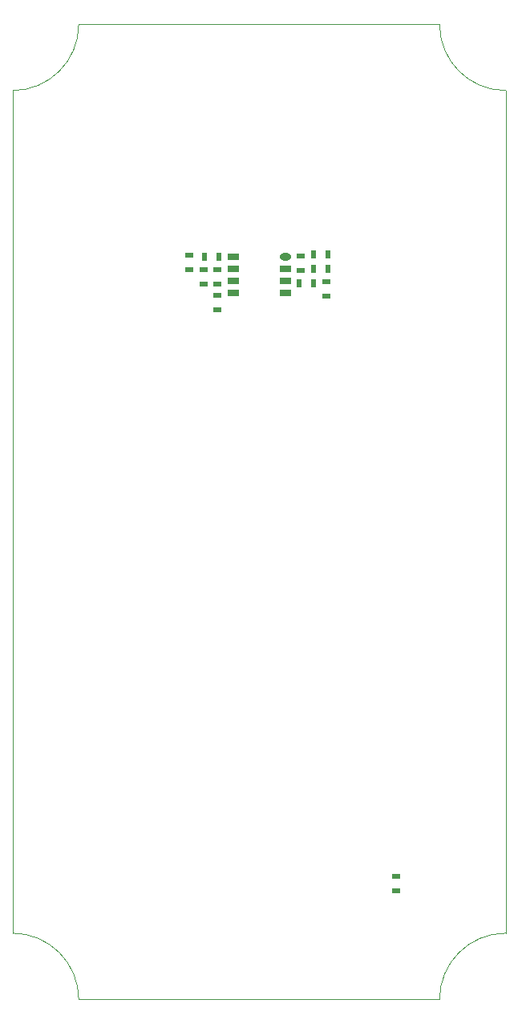
<source format=gbp>
G04*
G04 #@! TF.GenerationSoftware,Altium Limited,Altium Designer,21.6.4 (81)*
G04*
G04 Layer_Color=128*
%FSAX44Y44*%
%MOMM*%
G71*
G04*
G04 #@! TF.SameCoordinates,1A77CDA6-7C2D-4FE3-B1CB-ECEED33A992D*
G04*
G04*
G04 #@! TF.FilePolarity,Positive*
G04*
G01*
G75*
%ADD14C,0.0500*%
%ADD20R,0.6000X0.9000*%
%ADD21R,0.9000X0.6000*%
%ADD24R,1.2000X0.8000*%
%ADD25O,1.2000X0.8000*%
D14*
X00940500Y01264350D02*
G03*
X01010350Y01194500I00069850J00000000D01*
G01*
X00489650D02*
G03*
X00559500Y01264350I00000000J00069850D01*
G01*
X01010350Y00305500D02*
G03*
X00940500Y00235650I00000000J-00069850D01*
G01*
X00559500D02*
G03*
X00489650Y00305500I-00069850J00000000D01*
G01*
X01010350D02*
X01010350Y01194500D01*
X00559500Y01264350D02*
X00940500D01*
X00489650Y00305500D02*
X00489650Y01194500D01*
X00559500Y00235650D02*
X00940500D01*
D20*
X00807500Y01021500D02*
D03*
X00822500D02*
D03*
X00692500Y01019000D02*
D03*
X00707500D02*
D03*
X00807500Y00991500D02*
D03*
X00792500D02*
D03*
X00807500Y01006500D02*
D03*
X00822500D02*
D03*
D21*
X00894750Y00350500D02*
D03*
Y00365500D02*
D03*
X00676000Y01020500D02*
D03*
Y01005500D02*
D03*
X00821000Y00978000D02*
D03*
Y00993000D02*
D03*
X00706000Y00963500D02*
D03*
Y00978500D02*
D03*
Y00990500D02*
D03*
Y01005500D02*
D03*
X00691000Y00990500D02*
D03*
Y01005500D02*
D03*
X00794000Y01004750D02*
D03*
Y01019750D02*
D03*
D24*
X00777500Y01006350D02*
D03*
Y00993650D02*
D03*
Y00980950D02*
D03*
X00722500Y01019050D02*
D03*
Y01006350D02*
D03*
Y00993650D02*
D03*
Y00980950D02*
D03*
D25*
X00777500Y01019050D02*
D03*
M02*

</source>
